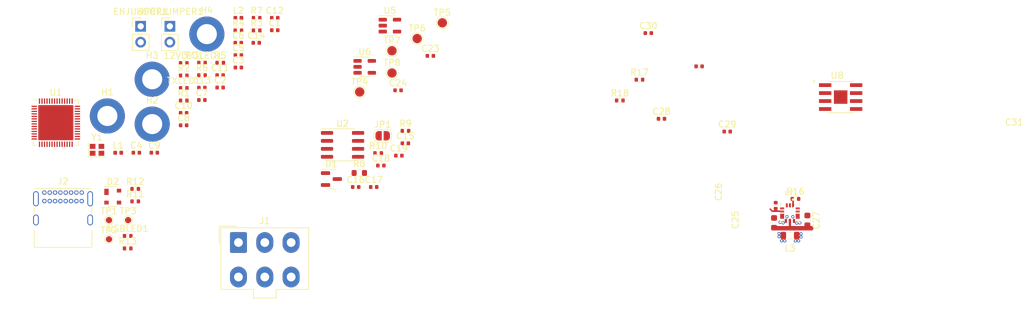
<source format=kicad_pcb>
(kicad_pcb (version 20211014) (generator pcbnew)
  (layers (0 "F.Cu" signal) (31 "B.Cu" signal) (34 "B.Paste" user) (35 "F.Paste" user) (36 "B.SilkS" user "B.Silkscreen") (37 "F.SilkS" user "F.Silkscreen") (38 "B.Mask" user) (39 "F.Mask" user) (44 "Edge.Cuts" user))
  (net 0 "")
  (net 1 "GND")
  (net 2 "Net-(3V3LED1-Pad2)")
  (net 3 "Net-(12VLED1-Pad2)")
  (net 4 "/BOOT")
  (net 5 "+3V3")
  (net 6 "/CHIP_PU")
  (net 7 "Net-(C6-Pad1)")
  (net 8 "Net-(C12-Pad1)")
  (net 9 "Net-(C12-Pad2)")
  (net 10 "Net-(C13-Pad1)")
  (net 11 "Net-(C14-Pad1)")
  (net 12 "Net-(C17-Pad1)")
  (net 13 "/CAN+")
  (net 14 "/CAN-")
  (net 15 "VBUS")
  (net 16 "/Data-")
  (net 17 "/Data+")
  (net 18 "RBUS_uC_V")
  (net 19 "+12V")
  (net 20 "Net-(J2-PadA5)")
  (net 22 "Net-(J2-PadB5)")
  (net 24 "/CAN-BUS/Vref")
  (net 25 "Net-(L2-Pad1)")
  (net 26 "Net-(R2-Pad2)")
  (net 27 "/TXD")
  (net 28 "Net-(U1-Pad49)")
  (net 29 "Net-(R8-Pad1)")
  (net 30 "Net-(R13-Pad2)")
  (net 31 "GNDA")
  (net 74 "/CAN_TX")
  (net 75 "/CAN_RX")
  (net 82 "/Power/BBIN")
  (net 83 "/Power/BIAS")
  (net 84 "/Power/BBOUT")
  (net 85 "/Power/LX1")
  (net 86 "/Power/LX2")
  (net 87 "/Power/SEL")
  (net 88 "/Power/FBIn")
  (footprint "Capacitor_SMD:C_0402_1005Metric" (layer "F.Cu") (at 81.26 70.01)
    (fp_text reference "C13" (at 0 -1.16) (layer "F.SilkS"))
    (fp_text value "C")
    (pad "1" smd roundrect (at -0.48 0) (size 0.56 0.62) (layers "F.Cu" "F.Paste" "F.Mask") (net 10 "Net-(C13-Pad1)"))
    (pad "2" smd roundrect (at 0.48 0) (size 0.56 0.62) (layers "F.Cu" "F.Paste" "F.Mask") (net 1 "GND"))
  )
  (footprint "Capacitor_SMD:C_0402_1005Metric" (layer "F.Cu") (at 78.35 76.01)
    (fp_text reference "C8" (at 0 -1.16) (layer "F.SilkS"))
    (fp_text value "0.1uF")
    (pad "1" smd roundrect (at -0.48 0) (size 0.56 0.62) (layers "F.Cu" "F.Paste" "F.Mask") (net 4 "/BOOT"))
    (pad "2" smd roundrect (at 0.48 0) (size 0.56 0.62) (layers "F.Cu" "F.Paste" "F.Mask") (net 1 "GND"))
  )
  (footprint "TestPoint:TestPoint_Pad_D1.5mm" (layer "F.Cu") (at 111.57 67.67)
    (fp_text reference "TP8" (at 0 -1.648) (layer "F.SilkS"))
    (fp_text value "TestPoint")
    (pad "1" smd circle (at 0 0) (size 1.5 1.5) (layers "F.Cu" "F.Mask") (net 84 "/Power/BBOUT"))
  )
  (footprint "TestPoint:TestPoint_Pad_D1.5mm" (layer "F.Cu") (at 115.59 62.18)
    (fp_text reference "TP6" (at 0 -1.648) (layer "F.SilkS"))
    (fp_text value "TestPoint")
    (pad "1" smd circle (at 0 0) (size 1.5 1.5) (layers "F.Cu" "F.Mask") (net 5 "+3V3"))
  )
  (footprint "Inductor_SMD:L_0402_1005Metric" (layer "F.Cu") (at 67.92 80.39)
    (fp_text reference "L1" (at 0 -1.17) (layer "F.SilkS"))
    (fp_text value "2.0nH")
    (pad "1" smd roundrect (at -0.485 0) (size 0.59 0.64) (layers "F.Cu" "F.Paste" "F.Mask") (net 5 "+3V3"))
    (pad "2" smd roundrect (at 0.485 0) (size 0.59 0.64) (layers "F.Cu" "F.Paste" "F.Mask") (net 7 "Net-(C6-Pad1)"))
  )
  (footprint "TestPoint:TestPoint_Pad_D1.5mm" (layer "F.Cu") (at 111.57 64.12)
    (fp_text reference "TP7" (at 0 -1.648) (layer "F.SilkS"))
    (fp_text value "TestPoint")
    (pad "1" smd circle (at 0 0) (size 1.5 1.5) (layers "F.Cu" "F.Mask") (net 15 "VBUS"))
  )
  (footprint "Capacitor_SMD:C_0402_1005Metric" (layer "F.Cu") (at 112.54 70.43)
    (fp_text reference "C24" (at 0 -1.16) (layer "F.SilkS"))
    (fp_text value "4.7uF")
    (pad "1" smd roundrect (at -0.48 0) (size 0.56 0.62) (layers "F.Cu" "F.Paste" "F.Mask") (net 82 "/Power/BBIN"))
    (pad "2" smd roundrect (at 0.48 0) (size 0.56 0.62) (layers "F.Cu" "F.Paste" "F.Mask") (net 1 "GND"))
  )
  (footprint "Resistor_SMD:R_0402_1005Metric" (layer "F.Cu") (at 147.9 72.05)
    (fp_text reference "R18" (at 0 -1.17) (layer "F.SilkS"))
    (fp_text value "10k")
    (pad "1" smd roundrect (at -0.51 0) (size 0.54 0.64) (layers "F.Cu" "F.Paste" "F.Mask") (net 88 "/Power/FBIn"))
    (pad "2" smd roundrect (at 0.51 0) (size 0.54 0.64) (layers "F.Cu" "F.Paste" "F.Mask") (net 1 "GND"))
  )
  (footprint "Resistor_SMD:R_0402_1005Metric" (layer "F.Cu") (at 84.19 66.04)
    (fp_text reference "R5" (at 0 -1.17) (layer "F.SilkS"))
    (fp_text value "47.5")
    (pad "1" smd roundrect (at -0.51 0) (size 0.54 0.64) (layers "F.Cu" "F.Paste" "F.Mask") (net 1 "GND"))
    (pad "2" smd roundrect (at 0.51 0) (size 0.54 0.64) (layers "F.Cu" "F.Paste" "F.Mask") (net 8 "Net-(C12-Pad1)"))
  )
  (footprint "Jumper:SolderJumper-2_P1.3mm_Open_RoundedPad1.0x1.5mm" (layer "F.Cu") (at 110.09 77.68)
    (fp_text reference "JP1" (at 0 -1.8) (layer "F.SilkS"))
    (fp_text value "TermJP")
    (pad "1" smd custom (at -0.65 0) (size 1 0.5) (layers "F.Cu" "F.Mask") (net 24 "/CAN-BUS/Vref") (options (clearance outline) (anchor rect)) (primitives (gr_circle (center 0 0.25) (end 0.5 0.25) (width 0) (fill yes)) (gr_circle (center 0 -0.25) (end 0.5 -0.25) (width 0) (fill yes)) (gr_poly (pts (xy 0.5 0.75) (xy 0 0.75) (xy 0 -0.75) (xy 0.5 -0.75)) (width 0) (fill yes))))
    (pad "2" smd custom (at 0.65 0) (size 1 0.5) (layers "F.Cu" "F.Mask") (net 12 "Net-(C17-Pad1)") (options (clearance outline) (anchor rect)) (primitives (gr_circle (center 0 0.25) (end 0.5 0.25) (width 0) (fill yes)) (gr_circle (center 0 -0.25) (end 0.5 -0.25) (width 0) (fill yes)) (gr_poly (pts (xy 0 0.75) (xy -0.5 0.75) (xy -0.5 -0.75) (xy 0 -0.75)) (width 0) (fill yes))))
  )
  (footprint "Capacitor_SMD:C_0402_1005Metric" (layer "F.Cu") (at 81.26 71.98)
    (fp_text reference "C7" (at 0 -1.16) (layer "F.SilkS"))
    (fp_text value "1uF")
    (pad "1" smd roundrect (at -0.48 0) (size 0.56 0.62) (layers "F.Cu" "F.Paste" "F.Mask") (net 5 "+3V3"))
    (pad "2" smd roundrect (at 0.48 0) (size 0.56 0.62) (layers "F.Cu" "F.Paste" "F.Mask") (net 1 "GND"))
  )
  (footprint "Resistor_SMD:R_0402_1005Metric" (layer "F.Cu") (at 78.37 72.06)
    (fp_text reference "R1" (at 0 -1.17) (layer "F.SilkS"))
    (fp_text value "10K")
    (pad "1" smd roundrect (at -0.51 0) (size 0.54 0.64) (layers "F.Cu" "F.Paste" "F.Mask") (net 5 "+3V3"))
    (pad "2" smd roundrect (at 0.51 0) (size 0.54 0.64) (layers "F.Cu" "F.Paste" "F.Mask") (net 6 "/CHIP_PU"))
  )
  (footprint "Capacitor_SMD:C_0402_1005Metric" (layer "F.Cu") (at 87.06 62.86)
    (fp_text reference "C6" (at 0 -1.16) (layer "F.SilkS"))
    (fp_text value "0.1uF")
    (pad "1" smd roundrect (at -0.48 0) (size 0.56 0.62) (layers "F.Cu" "F.Paste" "F.Mask") (net 7 "Net-(C6-Pad1)"))
    (pad "2" smd roundrect (at 0.48 0) (size 0.56 0.62) (layers "F.Cu" "F.Paste" "F.Mask") (net 1 "GND"))
  )
  (footprint "Package_TO_SOT_SMD:SOT-23-5" (layer "F.Cu") (at 107.22 66.69)
    (fp_text reference "U6" (at 0 -2.4) (layer "F.SilkS"))
    (fp_text value "LM66100")
    (pad "1" smd roundrect (at -1.1375 -0.95) (size 1.325 0.6) (layers "F.Cu" "F.Paste" "F.Mask") (net 15 "VBUS"))
    (pad "2" smd roundrect (at -1.1375 0) (size 1.325 0.6) (layers "F.Cu" "F.Paste" "F.Mask") (net 1 "GND"))
    (pad "3" smd roundrect (at -1.1375 0.95) (size 1.325 0.6) (layers "F.Cu" "F.Paste" "F.Mask") (net 1 "GND"))
    (pad "4" smd roundrect (at 1.1375 0.95) (size 1.325 0.6) (layers "F.Cu" "F.Paste" "F.Mask"))
    (pad "5" smd roundrect (at 1.1375 -0.95) (size 1.325 0.6) (layers "F.Cu" "F.Paste" "F.Mask") (net 82 "/Power/BBIN"))
  )
  (footprint "Resistor_SMD:R_0402_1005Metric" (layer "F.Cu") (at 89.99 58.89)
    (fp_text reference "R7" (at 0 -1.17) (layer "F.SilkS"))
    (fp_text value "3k")
    (pad "1" smd roundrect (at -0.51 0) (size 0.54 0.64) (layers "F.Cu" "F.Paste" "F.Mask") (net 19 "+12V"))
    (pad "2" smd roundrect (at 0.51 0) (size 0.54 0.64) (layers "F.Cu" "F.Paste" "F.Mask") (net 3 "Net-(12VLED1-Pad2)"))
  )
  (footprint "TestPoint:TestPoint_Pad_D1.0mm" (layer "F.Cu") (at 66.45 94.18)
    (fp_text reference "TP2" (at 0 -1.448) (layer "F.SilkS"))
    (fp_text value "TestPoint")
    (pad "1" smd circle (at 0 0) (size 1 1) (layers "F.Cu" "F.Mask") (net 17 "/Data+"))
  )
  (footprint "Resistor_SMD:R_0402_1005Metric" (layer "F.Cu") (at 78.37 68.08)
    (fp_text reference "R2" (at 0 -1.17) (layer "F.SilkS"))
    (fp_text value "470")
    (pad "1" smd roundrect (at -0.51 0) (size 0.54 0.64) (layers "F.Cu" "F.Paste" "F.Mask") (net 5 "+3V3"))
    (pad "2" smd roundrect (at 0.51 0) (size 0.54 0.64) (layers "F.Cu" "F.Paste" "F.Mask") (net 26 "Net-(R2-Pad2)"))
  )
  (footprint "TestPoint:TestPoint_Pad_D1.0mm" (layer "F.Cu") (at 69.5 91.13)
    (fp_text reference "TP3" (at 0 -1.448) (layer "F.SilkS"))
    (fp_text value "TestPoint")
    (pad "1" smd circle (at 0 0) (size 1 1) (layers "F.Cu" "F.Mask") (net 15 "VBUS"))
  )
  (footprint "Package_TO_SOT_SMD:SOT-23" (layer "F.Cu") (at 101.91 84.58)
    (fp_text reference "D1" (at 0 -2.4) (layer "F.SilkS"))
    (fp_text value "SM712_SOT23")
    (pad "1" smd roundrect (at -0.9375 -0.95) (size 1.475 0.6) (layers "F.Cu" "F.Paste" "F.Mask") (net 14 "/CAN-"))
    (pad "2" smd roundrect (at -0.9375 0.95) (size 1.475 0.6) (layers "F.Cu" "F.Paste" "F.Mask") (net 13 "/CAN+"))
    (pad "3" smd roundrect (at 0.9375 0) (size 1.475 0.6) (layers "F.Cu" "F.Paste" "F.Mask") (net 1 "GND"))
  )
  (footprint "MountingHole:MountingHole_3.2mm_M3_DIN965_Pad" (layer "F.Cu") (at 82.05 61.47)
    (fp_text reference "H4" (at 0 -3.8) (layer "F.SilkS"))
    (fp_text value "MountingHole_Pad")
    (pad "1" thru_hole circle (at 0 0) (size 5.6 5.6) (drill 3.2) (layers *.Cu *.Mask) (net 1 "GND"))
  )
  (footprint "Resistor_SMD:R_0402_1005Metric" (layer "F.Cu") (at 69.43 95.64)
    (fp_text reference "R13" (at 0 -1.17) (layer "F.SilkS"))
    (fp_text value "470")
    (pad "1" smd roundrect (at -0.51 0) (size 0.54 0.64) (layers "F.Cu" "F.Paste" "F.Mask") (net 15 "VBUS"))
    (pad "2" smd roundrect (at 0.51 0) (size 0.54 0.64) (layers "F.Cu" "F.Paste" "F.Mask") (net 30 "Net-(R13-Pad2)"))
  )
  (footprint "Capacitor_SMD:C_0402_1005Metric" (layer "F.Cu") (at 165.02 77.01)
    (fp_text reference "C29" (at 0 -1.16) (layer "F.SilkS"))
    (fp_text value "4.7uF")
    (pad "1" smd roundrect (at -0.48 0) (size 0.56 0.62) (layers "F.Cu" "F.Paste" "F.Mask") (net 84 "/Power/BBOUT"))
    (pad "2" smd roundrect (at 0.48 0) (size 0.56 0.62) (layers "F.Cu" "F.Paste" "F.Mask") (net 1 "GND"))
  )
  (footprint "Capacitor_SMD:C_0402_1005Metric" (layer "F.Cu") (at 87.08 66.8)
    (fp_text reference "C3" (at 0 -1.16) (layer "F.SilkS"))
    (fp_text value "0.1uF")
    (pad "1" smd roundrect (at -0.48 0) (size 0.56 0.62) (layers "F.Cu" "F.Paste" "F.Mask") (net 6 "/CHIP_PU"))
    (pad "2" smd roundrect (at 0.48 0) (size 0.56 0.62) (layers "F.Cu" "F.Paste" "F.Mask") (net 1 "GND"))
  )
  (footprint "Package_TO_SOT_SMD:SOT-143" (layer "F.Cu") (at 67.05 87.38)
    (fp_text reference "D2" (at 0.02 -2.38) (layer "F.SilkS"))
    (fp_text value "SP0503BAHT")
    (pad "1" smd rect (at -1 -0.75) (size 0.7 1) (layers "F.Cu" "F.Paste" "F.Mask") (net 1 "GND"))
    (pad "2" smd rect (at -1 0.95) (size 0.7 0.6) (layers "F.Cu" "F.Paste" "F.Mask") (net 15 "VBUS"))
    (pad "3" smd rect (at 1 0.95) (size 0.7 0.6) (layers "F.Cu" "F.Paste" "F.Mask") (net 16 "/Data-"))
    (pad "4" smd rect (at 1 -0.95) (size 0.7 0.6) (layers "F.Cu" "F.Paste" "F.Mask") (net 17 "/Data+"))
  )
  (footprint "TestPoint:TestPoint_Pad_D1.0mm" (layer "F.Cu") (at 66.45 91.13)
    (fp_text reference "TP1" (at 0 -1.448) (layer "F.SilkS"))
    (fp_text value "TestPoint")
    (pad "1" smd circle (at 0 0) (size 1 1) (layers "F.Cu" "F.Mask") (net 16 "/Data-"))
  )
  (footprint "Resistor_SMD:R_0402_1005Metric" (layer "F.Cu") (at 81.28 68.03)
    (fp_text reference "R6" (at 0 -1.17) (layer "F.SilkS"))
    (fp_text value "499")
    (pad "1" smd roundrect (at -0.51 0) (size 0.54 0.64) (layers "F.Cu" "F.Paste" "F.Mask") (net 27 "/TXD"))
    (pad "2" smd roundrect (at 0.51 0) (size 0.54 0.64) (layers "F.Cu" "F.Paste" "F.Mask") (net 28 "Net-(U1-Pad49)"))
  )
  (footprint "Capacitor_SMD:C_0402_1005Metric" (layer "F.Cu") (at 117.69 64.94)
    (fp_text reference "C23" (at 0 -1.16) (layer "F.SilkS"))
    (fp_text value "4.7uF")
    (pad "1" smd roundrect (at -0.48 0) (size 0.56 0.62) (layers "F.Cu" "F.Paste" "F.Mask") (net 82 "/Power/BBIN"))
    (pad "2" smd roundrect (at 0.48 0) (size 0.56 0.62) (layers "F.Cu" "F.Paste" "F.Mask") (net 1 "GND"))
  )
  (footprint "MountingHole:MountingHole_3.2mm_M3_DIN965_Pad" (layer "F.Cu") (at 66.19 74.52)
    (fp_text reference "H1" (at 0 -3.8) (layer "F.SilkS"))
    (fp_text value "MountingHole_Pad")
    (pad "1" thru_hole circle (at 0 0) (size 5.6 5.6) (drill 3.2) (layers *.Cu *.Mask) (net 1 "GND"))
  )
  (footprint "TestPoint:TestPoint_Pad_D1.5mm" (layer "F.Cu") (at 119.6 59.67)
    (fp_text reference "TP5" (at 0 -1.648) (layer "F.SilkS"))
    (fp_text value "TestPoint")
    (pad "1" smd circle (at 0 0) (size 1.5 1.5) (layers "F.Cu" "F.Mask") (net 18 "RBUS_uC_V"))
  )
  (footprint "Package_SO:SOIC-8_3.9x4.9mm_P1.27mm" (layer "F.Cu") (at 103.69 79.13)
    (fp_text reference "U2" (at 0 -3.4) (layer "F.SilkS"))
    (fp_text value "SN65HVD230")
    (pad "1" smd roundrect (at -2.475 -1.905) (size 1.95 0.6) (layers "F.Cu" "F.Paste" "F.Mask") (net 74 "/CAN_TX"))
    (pad "2" smd roundrect (at -2.475 -0.635) (size 1.95 0.6) (layers "F.Cu" "F.Paste" "F.Mask") (net 1 "GND"))
    (pad "3" smd roundrect (at -2.475 0.635) (size 1.95 0.6) (layers "F.Cu" "F.Paste" "F.Mask") (net 5 "+3V3"))
    (pad "4" smd roundrect (at -2.475 1.905) (size 1.95 0.6) (layers "F.Cu" "F.Paste" "F.Mask") (net 75 "/CAN_RX"))
    (pad "5" smd roundrect (at 2.475 1.905) (size 1.95 0.6) (layers "F.Cu" "F.Paste" "F.Mask") (net 24 "/CAN-BUS/Vref"))
    (pad "6" smd roundrect (at 2.475 0.635) (size 1.95 0.6) (layers "F.Cu" "F.Paste" "F.Mask") (net 14 "/CAN-"))
    (pad "7" smd roundrect (at 2.475 -0.635) (size 1.95 0.6) (layers "F.Cu" "F.Paste" "F.Mask") (net 13 "/CAN+"))
    (pad "8" smd roundrect (at 2.475 -1.905) (size 1.95 0.6) (layers "F.Cu" "F.Paste" "F.Mask") (net 29 "Net-(R8-Pad1)"))
  )
  (footprint "Capacitor_SMD:C_0402_1005Metric" (layer "F.Cu") (at 109.8 82.43)
    (fp_text reference "C18" (at 0 -1.16) (layer "F.SilkS"))
    (fp_text value "220pF")
    (pad "1" smd roundrect (at -0.48 0) (size 0.56 0.62) (layers "F.Cu" "F.Paste" "F.Mask") (net 1 "GND"))
    (pad "2" smd roundrect (at 0.48 0) (size 0.56 0.62) (layers "F.Cu" "F.Paste" "F.Mask") (net 13 "/CAN+"))
  )
  (footprint "Resistor_SMD:R_0402_1005Metric" (layer "F.Cu") (at 69.43 93.65)
    (fp_text reference "USBLED1" (at 0 -1.17) (layer "F.SilkS"))
    (fp_text value "USB_LED")
    (pad "1" smd roundrect (at -0.51 0) (size 0.54 0.64) (layers "F.Cu" "F.Paste" "F.Mask") (net 1 "GND"))
    (pad "2" smd roundrect (at 0.51 0) (size 0.54 0.64) (layers "F.Cu" "F.Paste" "F.Mask") (net 30 "Net-(R13-Pad2)"))
  )
  (footprint "Resistor_SMD:R_0402_1005Metric" (layer "F.Cu") (at 70.63 86.15)
    (fp_text reference "R12" (at 0 -1.17) (layer "F.SilkS"))
    (fp_text value "5.1k")
    (pad "1" smd roundrect (at -0.51 0) (size 0.54 0.64) (layers "F.Cu" "F.Paste" "F.Mask") (net 1 "GND"))
    (pad "2" smd roundrect (at 0.51 0) (size 0.54 0.64) (layers "F.Cu" "F.Paste" "F.Mask") (net 22 "Net-(J2-PadB5)"))
  )
  (footprint "Resistor_SMD:R_0402_1005Metric" (layer "F.Cu") (at 89.99 60.88)
    (fp_text reference "R3" (at 0 -1.17) (layer "F.SilkS"))
    (fp_text value "10K")
    (pad "1" smd roundrect (at -0.51 0) (size 0.54 0.64) (layers "F.Cu" "F.Paste" "F.Mask") (net 5 "+3V3"))
    (pad "2" smd roundrect (at 0.51 0) (size 0.54 0.64) (layers "F.Cu" "F.Paste" "F.Mask") (net 4 "/BOOT"))
  )
  (footprint "Capacitor_SMD:C_0402_1005Metric" (layer "F.Cu") (at 152.44 61.31)
    (fp_text reference "C30" (at 0 -1.16) (layer "F.SilkS"))
    (fp_text value "10uF")
    (pad "1" smd roundrect (at -0.48 0) (size 0.56 0.62) (layers "F.Cu" "F.Paste" "F.Mask") (net 1 "GND"))
    (pad "2" smd roundrect (at 0.48 0) (size 0.56 0.62) (layers "F.Cu" "F.Paste" "F.Mask") (net 5 "+3V3"))
  )
  (footprint "Resistor_SMD:R_0402_1005Metric" (layer "F.Cu") (at 81.28 66.04)
    (fp_text reference "3V3LED1" (at 0 -1.17) (layer "F.SilkS"))
    (fp_text value "3V3LED")
    (pad "1" smd roundrect (at -0.51 0) (size 0.54 0.64) (layers "F.Cu" "F.Paste" "F.Mask") (net 1 "GND"))
    (pad "2" smd roundrect (at 0.51 0) (size 0.54 0.64) (layers "F.Cu" "F.Paste" "F.Mask") (net 2 "Net-(3V3LED1-Pad2)"))
  )
  (footprint "Capacitor_SMD:C_0402_1005Metric" (layer "F.Cu") (at 78.35 74.04)
    (fp_text reference "C10" (at 0 -1.16) (layer "F.SilkS"))
    (fp_text value "0.1uF")
    (pad "1" smd roundrect (at -0.48 0) (size 0.56 0.62) (layers "F.Cu" "F.Paste" "F.Mask") (net 5 "+3V3"))
    (pad "2" smd roundrect (at 0.48 0) (size 0.56 0.62) (layers "F.Cu" "F.Paste" "F.Mask") (net 1 "GND"))
  )
  (footprint "Capacitor_SMD:C_0603_1608Metric" (layer "F.Cu") (at 177.802237 91.167304 -90)
    (fp_text reference "C27" (at 0 -1.43 90) (layer "F.SilkS"))
    (fp_text value "22uF")
    (pad "1" smd roundrect (at -0.775 0 270) (size 0.9 0.95) (layers "F.Cu" "F.Paste" "F.Mask") (net 84 "/Power/BBOUT"))
    (pad "2" smd roundrect (at 0.775 0 270) (size 0.9 0.95) (layers "F.Cu" "F.Paste" "F.Mask") (net 1 "GND"))
  )
  (footprint "Capacitor_SMD:C_0402_1005Metric" (layer "F.Cu") (at 89.93 62.86)
    (fp_text reference "C14" (at 0 -1.16) (layer "F.SilkS"))
    (fp_text value "C")
    (pad "1" smd roundrect (at -0.48 0) (size 0.56 0.62) (layers "F.Cu" "F.Paste" "F.Mask") (net 11 "Net-(C14-Pad1)"))
    (pad "2" smd roundrect (at 0.48 0) (size 0.56 0.62) (layers "F.Cu" "F.Paste" "F.Mask") (net 1 "GND"))
  )
  (footprint "Capacitor_SMD:C_0402_1005Metric" (layer "F.Cu") (at 70.81 80.38)
    (fp_text reference "C4" (at 0 -1.16) (layer "F.SilkS"))
    (fp_text value "1uF")
    (pad "1" smd roundrect (at -0.48 0) (size 0.56 0.62) (layers "F.Cu" "F.Paste" "F.Mask") (net 5 "+3V3"))
    (pad "2" smd roundrect (at 0.48 0) (size 0.56 0.62) (layers "F.Cu" "F.Paste" "F.Mask") (net 1 "GND"))
  )
  (footprint "Capacitor_SMD:C_0402_1005Metric" (layer "F.Cu") (at 73.68 80.38)
    (fp_text reference "C9" (at 0 -1.16) (layer "F.SilkS"))
    (fp_text value "10nF")
    (pad "1" smd roundrect (at -0.48 0) (size 0.56 0.62) (layers "F.Cu" "F.Paste" "F.Mask") (net 5 "+3V3"))
    (pad "2" smd roundrect (at 0.48 0) (size 0.56 0.62) (layers "F.Cu" "F.Paste" "F.Mask") (net 1 "GND"))
  )
  (footprint "Capacitor_SMD:C_0402_1005Metric" (layer "F.Cu") (at 105.79 85.85)
    (fp_text reference "C16" (at 0 -1.16) (layer "F.SilkS"))
    (fp_text value "10uF")
    (pad "1" smd roundrect (at -0.48 0) (size 0.56 0.62) (layers "F.Cu" "F.Paste" "F.Mask") (net 5 "+3V3"))
    (pad "2" smd roundrect (at 0.48 0) (size 0.56 0.62) (layers "F.Cu" "F.Paste" "F.Mask") (net 1 "GND"))
  )
  (footprint "Capacitor_SMD:C_0402_1005Metric" (layer "F.Cu") (at 113.7 78.88)
    (fp_text reference "C15" (at 0 -1.16) (layer "F.SilkS"))
    (fp_text value "100nF")
    (pad "1" smd roundrect (at -0.48 0) (size 0.56 0.62) (layers "F.Cu" "F.Paste" "F.Mask") (net 5 "+3V3"))
    (pad "2" smd roundrect (at 0.48 0) (size 0.56 0.62) (layers "F.Cu" "F.Paste" "F.Mask") (net 1 "GND"))
  )
  (footprint "Resistor_SMD:R_0402_1005Metric" (layer "F.Cu") (at 78.37 70.07)
    (fp_text reference "TXLED1" (at 0 -1.17) (layer "F.SilkS"))
    (fp_text value "TX_LED")
    (pad "1" smd roundrect (at -0.51 0) (size 0.54 0.64) (layers "F.Cu" "F.Paste" "F.Mask") (net 27 "/TXD"))
    (pad "2" smd roundrect (at 0.51 0) (size 0.54 0.64) (layers "F.Cu" "F.Paste" "F.Mask") (net 26 "Net-(R2-Pad2)"))
  )
  (footprint "Connector_PinHeader_2.54mm:PinHeader_1x02_P2.54mm_Vertical" (layer "F.Cu") (at 76.15 60.22)
    (fp_text reference "BOOTJUMPER1" (at 0 -2.33) (layer "F.SilkS"))
    (fp_text value "Conn_01x02_Male")
    (pad "1" thru_hole rect (at 0 0) (size 1.7 1.7) (drill 1) (layers *.Cu *.Mask) (net 4 "/BOOT"))
    (pad "2" thru_hole oval (at 0 2.54) (size 1.7 1.7) (drill 1) (layers *.Cu *.Mask) (net 1 "GND"))
  )
  (footprint "Connector_USB:USB_C_Receptacle_GCT_USB4085" (layer "F.Cu") (at 56.15 86.74)
    (fp_text reference "J2" (at 2.975 -1.8) (layer "F.SilkS"))
    (fp_text value "USB_C_Receptacle_USB2.0")
    (pad "A1" thru_hole circle (at 0 0) (size 0.7 0.7) (drill 0.4) (layers *.Cu *.Mask) (net 1 "GND"))
    (pad "A4" thru_hole circle (at 0.85 0) (size 0.7 0.7) (drill 0.4) (layers *.Cu *.Mask) (net 15 "VBUS"))
    (pad "A5" thru_hole circle (at 1.7 0) (size 0.7 0.7) (drill 0.4) (layers *.Cu *.Mask) (net 20 "Net-(J2-PadA5)"))
    (pad "A6" thru_hole circle (at 2.55 0) (size 0.7 0.7) (drill 0.4) (layers *.Cu *.Mask) (net 17 "/Data+"))
    (pad "A7" thru_hole circle (at 3.4 0) (size 0.7 0.7) (drill 0.4) (layers *.Cu *.Mask) (net 16 "/Data-"))
    (pad "A8" thru_hole circle (at 4.25 0) (size 0.7 0.7) (drill 0.4) (layers *.Cu *.Mask))
    (pad "A9" thru_hole circle (at 5.1 0) (size 0.7 0.7) (drill 0.4) (layers *.Cu *.Mask) (net 15 "VBUS"))
    (pad "A12" thru_hole circle (at 5.95 0) (size 0.7 0.7) (drill 0.4) (layers *.Cu *.Mask) (net 1 "GND"))
    (pad "B1" thru_hole circle (at 5.95 1.35) (size 0.7 0.7) (drill 0.4) (layers *.Cu *.Mask) (net 1 "GND"))
    (pad "B4" thru_hole circle (at 5.1 1.35) (size 0.7 0.7) (drill 0.4) (layers *.Cu *.Mask) (net 15 "VBUS"))
    (pad "B5" thru_hole circle (at 4.25 1.35) (size 0.7 0.7) (drill 0.4) (layers *.Cu *.Mask) (net 22 "Net-(J2-PadB5)"))
    (pad "B6" thru_hole circle (at 3.4 1.35) (size 0.7 0.7) (drill 0.4) (layers *.Cu *.Mask) (net 17 "/Data+"))
    (pad "B7" thru_hole circle (at 2.55 1.35) (size 0.7 0.7) (drill 0.4) (layers *.Cu *.Mask) (net 16 "/Data-"))
    (pad "B8" thru_hole circle (at 1.7 1.35) (size 0.7 0.7) (drill 0.4) (layers *.Cu *.Mask))
    (pad "B9" thru_hole circle (at 0.85 1.35) (size 0.7 0.7) (drill 0.4) (layers *.Cu *.Mask) (net 15 "VBUS"))
    (pad "B12" thru_hole circle (at 0 1.35) (size 0.7 0.7) (drill 0.4) (layers *.Cu *.Mask) (net 1 "GND"))
    (pad "S1" thru_hole oval (at -1.35 0.98) (size 0.9 2.4) (drill oval 0.6 2.1) (layers *.Cu *.Mask) (net 1 "GND"))
    (pad "S1" thru_hole oval (at 7.3 4.36) (size 0.9 1.7) (drill oval 0.6 1.4) (layers *.Cu *.Mask) (net 1 "GND"))
    (pad "S1" thru_hole oval (at 7.3 0.98) (size 0.9 2.4) (drill oval 0.6 2.1) (layers *.Cu *.Mask) (net 1 "GND"))
    (pad "S1" thru_hole oval (at -1.35 4.36) (size 0.9 1.7) (drill oval 0.6 1.4) (layers *.Cu *.Mask) (net 1 "GND"))
  )
  (footprint "Capacitor_SMD:C_0402_1005Metric" (layer "F.Cu") (at 87.08 64.83)
    (fp_text reference "C5" (at 0 -1.16) (layer "F.SilkS"))
    (fp_text value "0.1uF")
    (pad "1" smd roundrect (at -0.48 0) (size 0.56 0.62) (layers "F.Cu" "F.Paste" "F.Mask") (net 5 "+3V3"))
    (pad "2" smd roundrect (at 0.48 0) (size 0.56 0.62) (layers "F.Cu" "F.Paste" "F.Mask") (net 1 "GND"))
  )
  (footprint "TestPoint:TestPoint_Pad_D1.5mm" (layer "F.Cu") (at 106.42 70.69)
    (fp_text reference "TP4" (at 0 -1.648) (layer "F.SilkS"))
    (fp_text value "TestPoint")
    (pad "1" smd circle (at 0 0) (size 1.5 1.5) (layers "F.Cu" "F.Mask") (net 82 "/Power/BBIN"))
  )
  (footprint "Resistor_SMD:R_0402_1005Metric" (layer "F.Cu") (at 151.03 68.74)
    (fp_text reference "R17" (at 0 -1.17) (layer "F.SilkS"))
    (fp_text value "56k")
    (pad "1" smd roundrect (at -0.51 0) (size 0.54 0.64) (layers "F.Cu" "F.Paste" "F.Mask") (net 5 "+3V3"))
    (pad "2" smd roundrect (at 0.51 0) (size 0.54 0.64) (layers "F.Cu" "F.Paste" "F.Mask") (net 88 "/Power/FBIn"))
  )
  (footprint "Resistor_SMD:R_0402_1005Metric" (layer "F.Cu") (at 175.9 87.74)
    (fp_text reference "R16" (at 0 -1.17) (layer "F.SilkS"))
    (fp_text value "14k")
    (pad "1" smd roundrect (at -0.51 0) (size 0.54 0.64) (layers "F.Cu" "F.Paste" "F.Mask") (net 87 "/Power/SEL"))
    (pad "2" smd roundrect (at 0.51 0) (size 0.54 0.64) (layers "F.Cu" "F.Paste" "F.Mask") (net 31 "GNDA"))
  )
  (footprint "Capacitor_SMD:C_0402_1005Metric" (layer "F.Cu") (at 108.66 85.85)
    (fp_text reference "C17" (at 0 -1.16) (layer "F.SilkS"))
    (fp_text value "0.1uF")
    (pad "1" smd roundrect (at -0.48 0) (size 0.56 0.62) (layers "F.Cu" "F.Paste" "F.Mask") (net 12 "Net-(C17-Pad1)"))
    (pad "2" smd roundrect (at 0.48 0) (size 0.56 0.62) (layers "F.Cu" "F.Paste" "F.Mask") (net 1 "GND"))
  )
  (footprint "Capacitor_SMD:C_0402_1005Metric" (layer "F.Cu") (at 92.88 58.88)
    (fp_text reference "C12" (at 0 -1.16) (layer "F.SilkS"))
    (fp_text value "4.2pF")
    (pad "1" smd roundrect (at -0.48 0) (size 0.56 0.62) (layers "F.Cu" "F.Paste" "F.Mask") (net 8 "Net-(C12-Pad1)"))
    (pad "2" smd roundrect (at 0.48 0) (size 0.56 0.62) (layers "F.Cu" "F.Paste" "F.Mask") (net 9 "Net-(C12-Pad2)"))
  )
  (footprint "MountingHole:MountingHole_3.2mm_M3_DIN965_Pad" (layer "F.Cu") (at 73.34 75.82)
    (fp_text reference "H2" (at 0 -3.8) (layer "F.SilkS"))
    (fp_text value "MountingHole_Pad")
    (pad "1" thru_hole circle (at 0 0) (size 5.6 5.6) (drill 3.2) (layers *.Cu *.Mask) (net 1 "GND"))
  )
  (footprint "Resistor_SMD:R_0402_1005Metric" (layer "F.Cu") (at 87.08 60.88)
    (fp_text reference "R4" (at 0 -1.17) (layer "F.SilkS"))
    (fp_text value "470")
    (pad "1" smd roundrect (at -0.51 0) (size 0.54 0.64) (layers "F.Cu" "F.Paste" "F.Mask") (net 2 "Net-(3V3LED1-Pad2)"))
    (pad "2" smd roundrect (at 0.51 0) (size 0.54 0.64) (layers "F.Cu" "F.Paste" "F.Mask") (net 5 "+3V3"))
  )
  (footprint "Capacitor_SMD:C_0402_1005Metric" (layer "F.Cu") (at 154.54 74.97)
    (fp_text reference "C28" (at 0 -1.16) (layer "F.SilkS"))
    (fp_text value "10uF")
    (pad "1" smd roundrect (at -0.48 0) (size 0.56 0.62) (layers "F.Cu" "F.Paste" "F.Mask") (net 84 "/Power/BBOUT"))
    (pad "2" smd roundrect (at 0.48 0) (size 0.56 0.62) (layers "F.Cu" "F.Paste" "F.Mask") (net 1 "GND"))
  )
  (footprint "Capacitor_SMD:C_0402_1005Metric" (layer "F.Cu") (at 84.17 68.02)
    (fp_text reference "C11" (at 0 -1.16) (layer "F.SilkS"))
    (fp_text value "0.1uF")
    (pad "1" smd roundrect (at -0.48 0) (size 0.56 0.62) (layers "F.Cu" "F.Paste" "F.Mask") (net 5 "+3V3"))
    (pad "2" smd roundrect (at 0.48 0) (size 0.56 0.62) (layers "F.Cu" "F.Paste" "F.Mask") (net 1 "GND"))
  )
  (footprint "iclr:SOIC127P599X175-9N" (layer "F.Cu") (at 183.11 71.51)
    (fp_text reference "U8" (at -0.555885 -3.440825) (layer "F.SilkS") (effects (font (size 1.03889 1.03889))))
    (fp_text value "SC4215")
    (pad "1" smd roundrect locked (at -2.47 -1.905) (size 1.97 0.6) (layers "F.Cu" "F.Paste" "F.Mask") (roundrect_rratio 0.07))
    (pad "2" smd roundrect locked (at -2.47 -0.635) (size 1.97 0.6) (layers "F.Cu" "F.Paste" "F.Mask") (roundrect_rratio 0.07) (net 84 "/Power/BBOUT"))
    (pad "3" smd roundrect locked (at -2.47 0.635) (size 1.97 0.6) (layers "F.Cu" "F.Paste" "F.Mask") (roundrect_rratio 0.07) (net 84 "/Power/BBOUT"))
    (pad "4" smd roundrect locked (at -2.47 1.905) (size 1.97 0.6) (layers "F.Cu" "F.Paste" "F.Mask") (roundrect_rratio 0.07))
    (pad "5" smd roundrect locked (at 2.47 1.905) (size 1.97 0.6) (layers "F.Cu" "F.Paste" "F.Mask") (roundrect_rratio 0.07))
    (pad "6" smd roundrect locked (at 2.47 0.635) (size 1.97 0.6) (layers "F.Cu" "F.Paste" "F.Mask") (roundrect_rratio 0.07) (net 5 "+3V3"))
    (pad "7" smd roundrect locked (at 2.47 -0.635) (size 1.97 0.6) (layers "F.Cu" "F.Paste" "F.Mask") (roundrect_rratio 0.07) (net 88 "/Power/FBIn"))
    (pad "8" smd roundrect locked (at 2.47 -1.905) (size 1.97 0.6) (layers "F.Cu" "F.Paste" "F.Mask") (roundrect_rratio 0.07) (net 1 "GND"))
    (pad "9" smd rect locked (at 0 0 90) (size 2.15 2.15) (layers "F.Cu" "F.Mask") (net 1 "GND"))
  )
  (footprint "Capacitor_SMD:C_0402_1005Metric" (layer "F.Cu") (at 160.54 66.61)
    (fp_text reference "C31" (at 50.24 8.92) (layer "F.SilkS"))
    (fp_text value "0.1uF")
    (pad "1" smd roundrect (at -0.48 0) (size 0.56 0.62) (layers "F.Cu" "F.Paste" "F.Mask") (net 1 "GND"))
    (pad "2" smd roundrect (at 0.48 0) (size 0.56 0.62) (layers "F.Cu" "F.Paste" "F.Mask") (net 5 "+3V3"))
  )
  (footprint "Inductor_SMD:L_0402_1005Metric" (layer "F.Cu") (at 87.08 58.89)
    (fp_text reference "L2" (at 0 -1.17) (layer "F.SilkS"))
    (fp_text value "20nH")
    (pad "1" smd roundrect (at -0.485 0) (size 0.59 0.64) (layers "F.Cu" "F.Paste" "F.Mask") (net 25 "Net-(L2-Pad1)"))
    (pad "2" smd roundrect (at 0.485 0) (size 0.59 0.64) (layers "F.Cu" "F.Paste" "F.Mask") (net 11 "Net-(C14-Pad1)"))
  )
  (footprint "MountingHole:MountingHole_3.2mm_M3_DIN965_Pad" (layer "F.Cu") (at 73.34 68.67)
    (fp_text reference "H3" (at 0 -3.8) (layer "F.SilkS"))
    (fp_text value "MountingHole_Pad")
    (pad "1" thru_hole circle (at 0 0) (size 5.6 5.6) (drill 3.2) (layers *.Cu *.Mask) (net 1 "GND"))
  )
  (footprint "Capacitor_SMD:C_0402_1005Metric" (layer "F.Cu") (at 112.67 80.85)
    (fp_text reference "C19" (at 0 -1.16) (layer "F.SilkS"))
    (fp_text value "220pF")
    (pad "1" smd roundrect (at -0.48 0) (size 0.56 0.62) (layers "F.Cu" "F.Paste" "F.Mask") (net 1 "GND"))
    (pad "2" smd roundrect (at 0.48 0) (size 0.56 0.62) (layers "F.Cu" "F.Paste" "F.Mask") (net 14 "/CAN-"))
  )
  (footprint "iclr:CONV_MAX77827AEFD+T" (layer "F.Cu") (at 175.02 90.01 -90)
    (fp_text reference "U7" (at -3.17 0.17 180) (layer "F.SilkS") (effects (font (size 0.64 0.64))))
    (fp_text value "MAX77827AEFD+T")
    (pad "1" smd custom locked (at -1.3 -0.5 270) (size 0.1 0.1) (layers "F.Cu") (net 87 "/Power/SEL") (options (clearance outline) (anchor rect)) (primitives (gr_poly (pts (xy -0.25 -0.15) (xy -0.25 0.15) (xy 0.375 0.15) (xy 0.375 -0.015) (xy 0.24 -0.15)) (width 0.01) (fill yes))))
    (pad "2" smd custom locked (at -1.3 0 270) (size 0.1 0.1) (layers "F.Cu") (options (clearance outline) (anchor rect)) (primitives (gr_poly (pts (xy -0.25 -0.15) (xy -0.25 0.15) (xy 0.375 0.15) (xy 0.375 -0.15)) (width 0.01) (fill yes))))
    (pad "3" smd custom locked (at -1.3 0.5 270) (size 0.1 0.1) (layers "F.Cu") (net 82 "/Power/BBIN") (options (clearance outline) (anchor rect)) (primitives (gr_poly (pts (xy -0.25 -0.15) (xy -0.25 0.15) (xy 0.375 0.15) (xy 0.375 -0.15)) (width 0.01) (fill yes))))
    (pad "4" smd custom locked (at -0.8 1.2 270) (size 0.1 0.1) (layers "F.Cu") (net 31 "GNDA") (options (clearance outline) (anchor rect)) (primitives (gr_poly (pts (xy -0.1 -0.275) (xy -0.1 0.35) (xy 0.2 0.35) (xy 0.2 -0.275)) (width 0.01) (fill yes))))
    (pad "5" smd custom locked (at -0.3 1.2 270) (size 0.1 0.1) (layers "F.Cu") (net 83 "/Power/BIAS") (options (clearance outline) (anchor rect)) (primitives (gr_poly (pts (xy -0.1 -0.275) (xy -0.1 0.35) (xy 0.2 0.35) (xy 0.2 -0.275)) (width 0.01) (fill yes))))
    (pad "6" smd custom locked (at 0.3 1.2 270) (size 0.1 0.1) (layers "F.Cu") (net 82 "/Power/BBIN") (options (clearance outline) (anchor rect)) (primitives (gr_poly (pts (xy -0.2 -0.275) (xy -0.2 0.35) (xy 0.6 0.35) (xy 0.6 -0.217) (xy 0.499 -0.275)) (width 0.01) (fill yes))))
    (pad "8" smd custom locked (at 1.1 0.6 270) (size 0.1 0.1) (layers "F.Cu") (net 85 "/Power/LX1") (options (clearance outline) (anchor rect)) (primitives (gr_poly (pts (xy -0.175 -0.125) (xy -0.175 0.167) (xy -0.074 0.225) (xy 0.45 0.225) (xy 0.45 -0.125)) (width 0.01) (fill yes))))
    (pad "9" smd custom locked (at 1.1 0 270) (size 0.1 0.1) (layers "F.Cu") (net 1 "GND") (options (clearance outline) (anchor rect)) (primitives (gr_poly (pts (xy -0.175 -0.175) (xy -0.175 0.175) (xy 0.45 0.175) (xy 0.45 -0.175)) (width 0.01) (fill yes))))
    (pad "10" smd custom locked (at 1.1 -0.7 270) (size 0.1 0.1) (layers "F.Cu") (net 86 "/Power/LX2") (options (clearance outline) (anchor rect)) (primitives (gr_poly (pts (xy -0.175 0.225) (xy -0.175 -0.067) (xy -0.074 -0.125) (xy 0.45 -0.125) (xy 0.45 0.225)) (width 0.01) (fill yes))))
    (pad "11" smd custom locked (at 0.5 -1.3 270) (size 0.1 0.1) (layers "F.Cu") (net 84 "/Power/BBOUT") (options (clearance outline) (anchor rect)) (primitives (gr_poly (pts (xy -0.4 0.375) (xy -0.4 -0.25) (xy 0.4 -0.25) (xy 0.4 0.317) (xy 0.299 0.375)) (width 0.01) (fill yes))))
    (pad "13" smd custom locked (at -0.3 -1.3 270) (size 0.1 0.1) (layers "F.Cu") (net 84 "/Power/BBOUT") (options (clearance outline) (anchor rect)) (primitives (gr_poly (pts (xy -0.1 0.375) (xy -0.1 -0.25) (xy 0.2 -0.25) (xy 0.2 0.375)) (width 0.01) (fill yes))))
    (pad "14" smd custom locked (at -0.8 -1.3 270) (size 0.1 0.1) (layers "F.Cu") (options (clearance outline) (anchor rect)) (primitives (gr_poly (pts (xy -0.1 0.375) (xy -0.1 -0.25) (xy 0.2 -0.25) (xy 0.2 0.375)) (width 0.01) (fill yes))))
  )
  (footprint "Package_DFN_QFN:QFN-56-1EP_7x7mm_P0.4mm_EP5.6x5.6mm" (layer "F.Cu") (at 57.97 75.59)
    (fp_text reference "U1" (at 0 -4.82) (layer "F.SilkS"))
    (fp_text value "ESP32-S3")
    (pad "1" smd roundrect (at -3.4375 -2.6) (size 0.875 0.2) (layers "F.Cu" "F.Paste" "F.Mask") (net 9 "Net-(C12-Pad2)"))
    (pad "2" smd roundrect (at -3.4375 -2.2) (size 0.875 0.2) (layers "F.Cu" "F.Paste" "F.Mask") (net 7 "Net-(C6-Pad1)"))
    (pad "3" smd roundrect (at -3.4375 -1.8) (size 0.875 0.2) (layers "F.Cu" "F.Paste" "F.Mask") (net 7 "Net-(C6-Pad1)"))
    (pad "4" smd roundrect (at -3.4375 -1.4) (size 0.875 0.2) (layers "F.Cu" "F.Paste" "F.Mask") (net 6 "/CHIP_PU"))
    (pad "5" smd roundrect (at -3.4375 -1) (size 0.875 0.2) (layers "F.Cu" "F.Paste" "F.Mask") (net 4 "/BOOT"))
    (pad "6" smd roundrect (at -3.4375 -0.6) (size 0.875 0.2) (layers "F.Cu" "F.Paste" "F.Mask"))
    (pad "7" smd roundrect (at -3.4375 -0.2) (size 0.875 0.2) (layers "F.Cu" "F.Paste" "F.Mask"))
    (pad "8" smd roundrect (at -3.4375 0.2) (size 0.875 0.2) (layers "F.Cu" "F.Paste" "F.Mask"))
    (pad "9" smd roundrect (at -3.4375 0.6) (size 0.875 0.2) (layers "F.Cu" "F.Paste" "F.Mask"))
    (pad "10" smd roundrect (at -3.4375 1) (size 0.875 0.2) (layers "F.Cu" "F.Paste" "F.Mask"))
    (pad "11" smd roundrect (at -3.4375 1.4) (size 0.875 0.2) (layers "F.Cu" "F.Paste" "F.Mask"))
    (pad "12" smd roundrect (at -3.4375 1.8) (size 0.875 0.2) (layers "F.Cu" "F.Paste" "F.Mask"))
    (pad "13" smd roundrect (at -3.4375 2.2) (size 0.875 0.2) (layers "F.Cu" "F.Paste" "F.Mask"))
    (pad "14" smd roundrect (at -3.4375 2.6) (size 0.875 0.2) (layers "F.Cu" "F.Paste" "F.Mask"))
    (pad "15" smd roundrect (at -2.6 3.4375) (size 0.2 0.875) (layers "F.Cu" "F.Paste" "F.Mask"))
    (pad "16" smd roundrect (at -2.2 3.4375) (size 0.2 0.875) (layers "F.Cu" "F.Paste" "F.Mask"))
    (pad "17" smd roundrect (at -1.8 3.4375) (size 0.2 0.875) (layers "F.Cu" "F.Paste" "F.Mask"))
    (pad "18" smd roundrect (at -1.4 3.4375) (size 0.2 0.875) (layers "F.Cu" "F.Paste" "F.Mask"))
    (pad "19" smd roundrect (at -1 3.4375) (size 0.2 0.875) (layers "F.Cu" "F.Paste" "F.Mask"))
    (pad "20" smd roundrect (at -0.6 3.4375) (size 0.2 0.875) (layers "F.Cu" "F.Paste" "F.Mask") (net 5 "+3V3"))
    (pad "21" smd roundrect (at -0.2 3.4375) (size 0.2 0.875) (layers "F.Cu" "F.Paste" "F.Mask"))
    (pad "22" smd roundrect (at 0.2 3.4375) (size 0.2 0.875) (layers "F.Cu" "F.Paste" "F.Mask"))
    (pad "23" smd roundrect (at 0.6 3.4375) (size 0.2 0.875) (layers "F.Cu" "F.Paste" "F.Mask"))
    (pad "24" smd roundrect (at 1 3.4375) (size 0.2 0.875) (layers "F.Cu" "F.Paste" "F.Mask"))
    (pad "25" smd roundrect (at 1.4 3.4375) (size 0.2 0.875) (layers "F.Cu" "F.Paste" "F.Mask") (net 16 "/Data-"))
    (pad "26" smd roundrect (at 1.8 3.4375) (size 0.2 0.875) (layers "F.Cu" "F.Paste" "F.Mask") (net 17 "/Data+"))
    (pad "27" smd roundrect (at 2.2 3.4375) (size 0.2 0.875) (layers "F.Cu" "F.Paste" "F.Mask"))
    (pad "28" smd roundrect (at 2.6 3.4375) (size 0.2 0.875) (layers "F.Cu" "F.Paste" "F.Mask"))
    (pad "29" smd roundrect (at 3.4375 2.6) (size 0.875 0.2) (layers "F.Cu" "F.Paste" "F.Mask"))
    (pad "30" smd roundrect (at 3.4375 2.2) (size 0.875 0.2) (layers "F.Cu" "F.Paste" "F.Mask"))
    (pad "31" smd roundrect (at 3.4375 1.8) (size 0.875 0.2) (layers "F.Cu" "F.Paste" "F.Mask"))
    (pad "32" smd roundrect (at 3.4375 1.4) (size 0.875 0.2) (layers "F.Cu" "F.Paste" "F.Mask"))
    (pad "33" smd roundrect (at 3.4375 1) (size 0.875 0.2) (layers "F.Cu" "F.Paste" "F.Mask"))
    (pad "34" smd roundrect (at 3.4375 0.6) (size 0.875 0.2) (layers "F.Cu" "F.Paste" "F.Mask"))
    (pad "35" smd roundrect (at 3.4375 0.2) (size 0.875 0.2) (layers "F.Cu" "F.Paste" "F.Mask"))
    (pad "36" smd roundrect (at 3.4375 -0.2) (size 0.875 0.2) (layers "F.Cu" "F.Paste" "F.Mask"))
    (pad "37" smd roundrect (at 3.4375 -0.6) (size 0.875 0.2) (layers "F.Cu" "F.Paste" "F.Mask"))
    (pad "38" smd roundrect (at 3.4375 -1) (size 0.875 0.2) (layers "F.Cu" "F.Paste" "F.Mask"))
    (pad "39" smd roundrect (at 3.4375 -1.4) (size 0.875 0.2) (layers "F.Cu" "F.Paste" "F.Mask"))
    (pad "40" smd roundrect (at 3.4375 -1.8) (size 0.875 0.2) (layers "F.Cu" "F.Paste" "F.Mask"))
    (pad "41" smd roundrect (at 3.4375 -2.2) (size 0.875 0.2) (layers "F.Cu" "F.Paste" "F.Mask"))
    (pad "42" smd roundrect (at 3.4375 -2.6) (size 0.875 0.2) (layers "F.Cu" "F.Paste" "F.Mask"))
    (pad "43" smd roundrect (at 2.6 -3.4375) (size 0.2 0.875) (layers "F.Cu" "F.Paste" "F.Mask"))
    (pad "44" smd roundrect (at 2.2 -3.4375) (size 0.2 0.875) (layers "F.Cu" "F.Paste" "F.Mask"))
    (pad "45" smd roundrect (at 1.8 -3.4375) (size 0.2 0.875) (layers "F.Cu" "F.Paste" "F.Mask"))
    (pad "46" smd roundrect (at 1.4 -3.4375) (size 0.2 0.875) (layers "F.Cu" "F.Paste" "F.Mask") (net 5 "+3V3"))
    (pad "47" smd roundrect (at 1 -3.4375) (size 0.2 0.875) (layers "F.Cu" "F.Paste" "F.Mask"))
    (pad "48" smd roundrect (at 0.6 -3.4375) (size 0.2 0.875) (layers "F.Cu" "F.Paste" "F.Mask"))
    (pad "49" smd roundrect (at 0.2 -3.4375) (size 0.2 0.875) (layers "F.Cu" "F.Paste" "F.Mask") (net 28 "Net-(U1-Pad49)"))
    (pad "50" smd roundrect (at -0.2 -3.4375) (size 0.2 0.875) (layers "F.Cu" "F.Paste" "F.Mask"))
    (pad "51" smd roundrect (at -0.6 -3.4375) (size 0.2 0.875) (layers "F.Cu" "F.Paste" "F.Mask"))
    (pad "52" smd roundrect (at -1 -3.4375) (size 0.2 0.875) (layers "F.Cu" "F.Paste" "F.Mask"))
    (pad "53" smd roundrect (at -1.4 -3.4375) (size 0.2 0.875) (layers "F.Cu" "F.Paste" "F.Mask") (net 10 "Net-(C13-Pad1)"))
    (pad "54" smd roundrect (at -1.8 -3.4375) (size 0.2 0.875) (layers "F.Cu" "F.Paste" "F.Mask") (net 25 "Net-(L2-Pad1)"))
    (pad "55" smd roundrect (at -2.2 -3.4375) (size 0.2 0.875) (layers "F.Cu" "F.Paste" "F.Mask") (net 5 "+3V3"))
    (pad "56" smd roundrect (at -2.6 -3.4375) (size 0.2 0.875) (layers "F.Cu" "F.Paste" "F.Mask") (net 5 "+3V3"))
    (pad "57" smd rect (at 0 0) (size 5.6 5.6) (layers "F.Cu" "F.Mask") (net 1 "GND"))
  )
  (footprint "Package_TO_SOT_SMD:SOT-23-5" (layer "F.Cu") (at 111.24 60.12)
    (fp_text reference "U5" (at 0 -2.4) (layer "F.SilkS"))
    (fp_text value "LM66100")
    (pad "1" smd roundrect (at -1.1375 -0.95) (size 1.325 0.6) (layers "F.Cu" "F.Paste" "F.Mask") (net 18 "RBUS_uC_V"))
    (pad "2" smd roundrect (at -1.1375 0) (size 1.325 0.6) (layers "F.Cu" "F.Paste" "F.Mask") (net 1 "GND"))
    (pad "3" smd roundrect (at -1.1375 0.95) (size 1.325 0.6) (layers "F.Cu" "F.Paste" "F.Mask") (net 1 "GND"))
    (pad "4" smd roundrect (at 1.1375 0.95) (size 1.325 0.6) (layers "F.Cu" "F.Paste" "F.Mask"))
    (pad "5" smd roundrect (at 1.1375 -0.95) (size 1.325 0.6) (layers "F.Cu" "F.Paste" "F.Mask") (net 82 "/Power/BBIN"))
  )
  (footprint "Connector_PinHeader_2.54mm:PinHeader_1x02_P2.54mm_Vertical" (layer "F.Cu") (at 71.5 60.22)
    (fp_text reference "ENJUMPER1" (at 0 -2.33) (layer "F.SilkS"))
    (fp_text value "Conn_01x02_Male")
    (pad "1" thru_hole rect (at 0 0) (size 1.7 1.7) (drill 1) (layers *.Cu *.Mask) (net 6 "/CHIP_PU"))
    (pad "2" thru_hole oval (at 0 2.54) (size 1.7 1.7) (drill 1) (layers *.Cu *.Mask) (net 1 "GND"))
  )
  (footprint "Capacitor_SMD:C_0603_1608Metric" (layer "F.Cu") (at 172.49 91.56 -90)
    (fp_text reference "C25" (at -0.47 6.16 90) (layer "F.SilkS"))
    (fp_text value "10uF")
    (pad "1" smd roundrect (at -0.775 0 270) (size 0.9 0.95) (layers "F.Cu" "F.Paste" "F.Mask") (net 82 "/Power/BBIN"))
    (pad "2" smd roundrect (at 0.775 0 270) (size 0.9 0.95) (layers "F.Cu" "F.Paste" "F.Mask") (net 1 "GND"))
  )
  (footprint "Resistor_SMD:R_0402_1005Metric" (layer "F.Cu") (at 78.37 66.09)
    (fp_text reference "12VLED1" (at 0 -1.17) (layer "F.SilkS"))
    (fp_text value "12V_LED")
    (pad "1" smd roundrect (at -0.51 0) (size 0.54 0.64) (layers "F.Cu" "F.Paste" "F.Mask") (net 1 "GND"))
    (pad "2" smd roundrect (at 0.51 0) (size 0.54 0.64) (layers "F.Cu" "F.Paste" "F.Mask") (net 3 "Net-(12VLED1-Pad2)"))
  )
  (footprint "Capacitor_SMD:C_0402_1005Metric" (layer "F.Cu") (at 172.75 88.825 90)
    (fp_text reference "C26" (at 2.2 -9.1 90) (layer "F.SilkS"))
    (fp_text value "1uF")
    (pad "1" smd roundrect (at -0.48 0 90) (size 0.56 0.62) (layers "F.Cu" "F.Paste" "F.Mask") (net 83 "/Power/BIAS"))
    (pad "2" smd roundrect (at 0.48 0 90) (size 0.56 0.62) (layers "F.Cu" "F.Paste" "F.Mask") (net 31 "GNDA"))
  )
  (footprint "Resistor_SMD:R_0402_1005Metric" (layer "F.Cu") (at 113.72 76.9)
    (fp_text reference "R9" (at 0 -1.17) (layer "F.SilkS"))
    (fp_text value "60")
    (pad "1" smd roundrect (at -0.51 0) (size 0.54 0.64) (layers "F.Cu" "F.Paste" "F.Mask") (net 13 "/CAN+"))
    (pad "2" smd roundrect (at 0.51 0) (size 0.54 0.64) (layers "F.Cu" "F.Paste" "F.Mask") (net 12 "Net-(C17-Pad1)"))
  )
  (footprint "Resistor_SMD:R_0402_1005Metric" (layer "F.Cu") (at 70.63 88.14)
    (fp_text reference "R11" (at 0 -1.17) (layer "F.SilkS"))
    (fp_text value "5.1k")
    (pad "1" smd roundrect (at -0.51 0) (size 0.54 0.64) (layers "F.Cu" "F.Paste" "F.Mask") (net 20 "Net-(J2-PadA5)"))
    (pad "2" smd roundrect (at 0.51 0) (size 0.54 0.64) (layers "F.Cu" "F.Paste" "F.Mask") (net 1 "GND"))
  )
  (footprint "Capacitor_SMD:C_0402_1005Metric" (layer "F.Cu") (at 84.17 69.99)
    (fp_text reference "C2" (at 0 -1.16) (layer "F.SilkS"))
    (fp_text value "1uF")
    (pad "1" smd roundrect (at -0.48 0) (size 0.56 0.62) (layers "F.Cu" "F.Paste" "F.Mask") (net 6 "/CHIP_PU"))
    (pad "2" smd roundrect (at 0.48 0) (size 0.56 0.62) (layers "F.Cu" "F.Paste" "F.Mask") (net 1 "GND"))
  )
  (footprint "Inductor_SMD:L_0805_2012Metric" (layer "F.Cu") (at 175.036892 93.586755)
    (fp_text reference "L3" (at 0 2.05) (layer "F.SilkS"))
    (fp_text value "1uH")
    (pad "1" smd roundrect (at -1.0625 0) (size 0.875 1.2) (layers "F.Cu" "F.Paste" "F.Mask") (net 85 "/Power/LX1"))
    (pad "2" smd roundrect (at 1.0625 0) (size 0.875 1.2) (layers "F.Cu" "F.Paste" "F.Mask") (net 86 "/Power/LX2"))
  )
  (footprint "Resistor_SMD:R_0402_1005Metric" (layer "F.Cu") (at 109.37 80.45)
    (fp_text reference "R10" (at 0 -1.17) (layer "F.SilkS"))
    (fp_text value "60")
    (pad "1" smd roundrect (at -0.51 0) (size 0.54 0.64) (layers "F.Cu" "F.Paste" "F.Mask") (net 12 "Net-(C17-Pad1)"))
    (pad "2" smd roundrect (at 0.51 0) (size 0.54 0.64) (layers "F.Cu" "F.Paste" "F.Mask") (net 14 "/CAN-"))
  )
  (footprint "Crystal:Crystal_SMD_2016-4Pin_2.0x1.6mm" (layer "F.Cu") (at 64.54 79.92)
    (fp_text reference "Y1" (at 0 -2) (layer "F.SilkS"))
    (fp_text value "40MHz±10ppm")
    (pad "1" smd rect (at -0.7 0.55) (size 0.9 0.8) (layers "F.Cu" "F.Paste" "F.Mask") (net 11 "Net-(C14-Pad1)"))
    (pad "2" smd rect (at 0.7 0.55) (size 0.9 0.8) (layers "F.Cu" "F.Paste" "F.Mask") (net 1 "GND"))
    (pad "3" smd rect (at 0.7 -0.55) (size 0.9 0.8) (layers "F.Cu" "F.Paste" "F.Mask") (net 10 "Net-(C13-Pad1)"))
    (pad "4" smd rect (at -0.7 -0.55) (size 0.9 0.8) (layers "F.Cu" "F.Paste" "F.Mask") (net 1 "GND"))
  )
  (footprint "Capacitor_SMD:C_0402_1005Metric" (layer "F.Cu") (at 92.88 60.85)
    (fp_text reference "C1" (at 0 -1.16) (layer "F.SilkS"))
    (fp_text value "10uF")
    (pad "1" smd roundrect (at -0.48 0) (size 0.56 0.62) (layers "F.Cu" "F.Paste" "F.Mask") (net 5 "+3V3"))
    (pad "2" smd roundrect (at 0.48 0) (size 0.56 0.62) (layers "F.Cu" "F.Paste" "F.Mask") (net 1 "GND"))
  )
  (footprint "Connector_Molex:Molex_Mini-Fit_Jr_5566-06A_2x03_P4.20mm_Vertical" (layer "F.Cu") (at 87.09 94.7)
    (fp_text reference "J1" (at 4.2 -3.45) (layer "F.SilkS"))
    (fp_text value "RBUS")
    (pad "1" thru_hole roundrect (at 0 0) (size 2.7 3.3) (drill 1.4) (layers *.Cu *.Mask) (roundrect_rratio 0.092593) (net 1 "GND"))
    (pad "2" thru_hole oval (at 4.2 0) (size 2.7 3.3) (drill 1.4) (layers *.Cu *.Mask) (net 1 "GND"))
    (pad "3" thru_hole oval (at 8.4 0) (size 2.7 3.3) (drill 1.4) (layers *.Cu *.Mask) (net 18 "RBUS_uC_V"))
    (pad "4" thru_hole oval (at 0 5.5) (size 2.7 3.3) (drill 1.4) (layers *.Cu *.Mask) (net 19 "+12V"))
    (pad "5" thru_hole oval (at 4.2 5.5) (size 2.7 3.3) (drill 1.4) (layers *.Cu *.Mask) (net 13 "/CAN+"))
    (pad "6" thru_hole oval (at 8.4 5.5) (size 2.7 3.3) (drill 1.4) (layers *.Cu *.Mask) (net 14 "/CAN-"))
  )
  (footprint "Resistor_SMD:R_0603_1608Metric" (layer "F.Cu") (at 106.36 83.61)
    (fp_text reference "R8" (at 0 -1.43) (layer "F.SilkS"))
    (fp_text value "0")
    (pad "1" smd roundrect (at -0.825 0) (size 0.8 0.95) (layers "F.Cu" "F.Paste" "F.Mask") (net 29 "Net-(R8-Pad1)"))
    (pad "2" smd roundrect (at 0.825 0) (size 0.8 0.95) (layers "F.Cu" "F.Paste" "F.Mask") (net 1 "GND"))
  )
  (segment (start 175.825853 92.424147) (end 173.055853 92.424147) (width 0.7) (layer "F.Cu") (net 1))
  (segment (start 173.055853 92.424147) (end 173.05 92.43) (width 0.7) (layer "F.Cu") (net 1))
  (segment (start 175.011775 92.424147) (end 175.825853 92.424147) (width 0.7) (layer "F.Cu") (net 1))
  (segment (start 178.415853 92.424147) (end 178.42 92.42) (width 0.7) (layer "F.Cu") (net 1))
  (segment (start 175.825853 92.424147) (end 176.671775 92.424147) (width 0.7) (layer "F.Cu") (net 1))
  (segment (start 175.02 92.415922) (end 175.011775 92.424147) (width 0.25) (layer "F.Cu") (net 1))
  (segment (start 176.671775 92.424147) (end 178.415853 92.424147) (width 0.7) (layer "F.Cu") (net 1))
  (segment (start 175.02 91.11) (end 175.02 92.415922) (width 0.36) (layer "F.Cu") (net 1))
  (segment (start 173.82 89.71) (end 172.21 89.71) (width 0.25) (layer "F.Cu") (net 83))
  (segment (start 172.21 89.71) (end 171.875 89.375) (width 0.25) (layer "F.Cu") (net 83))
  (via (at 173.447207 91.476965) (size 0.5) (drill 0.25) (layers "F.Cu" "B.Cu") (net 85))
  (via (at 174.202347 94.439876) (size 0.5) (drill 0.25) (layers "F.Cu" "B.Cu") (net 85))
  (via (at 173.939337 91.566001) (size 0.5) (drill 0.25) (layers "F.Cu" "B.Cu") (net 85))
  (via (at 173.285102 93.259879) (size 0.5) (drill 0.25) (layers "F.Cu" "B.Cu") (net 85))
  (via (at 173.700728 94.435099) (size 0.5) (drill 0.25) (layers "F.Cu" "B.Cu") (net 85))
  (via (at 174.551277 90.586643) (size 0.5) (drill 0.25) (layers "F.Cu" "B.Cu") (net 85))
  (via (at 173.282713 93.761497) (size 0.5) (drill 0.25) (layers "F.Cu" "B.Cu") (net 85))
  (via (at 176.400874 94.431469) (size 0.5) (drill 0.25) (layers "F.Cu" "B.Cu") (net 86))
  (via (at 175.488187 90.581843) (size 0.5) (drill 0.25) (layers "F.Cu" "B.Cu") (net 86))
  (via (at 176.102651 91.610864) (size 0.5) (drill 0.25) (layers "F.Cu" "B.Cu") (net 86))
  (via (at 176.789077 93.81979) (size 0.5) (drill 0.25) (layers "F.Cu" "B.Cu") (net 86))
  (via (at 176.787925 93.317545) (size 0.5) (drill 0.25) (layers "F.Cu" "B.Cu") (net 86))
  (via (at 175.899781 94.438381) (size 0.5) (drill 0.25) (layers "F.Cu" "B.Cu") (net 86))
  (via (at 176.600864 91.575346) (size 0.5) (drill 0.25) (layers "F.Cu" "B.Cu") (net 86))
  (segment (start 175.52 88.71) (end 175.52 87.87) (width 0.25) (layer "F.Cu") (net 87))
  (segment (start 175.52 87.87) (end 175.39 87.74) (width 0.25) (layer "F.Cu") (net 87))
)
</source>
